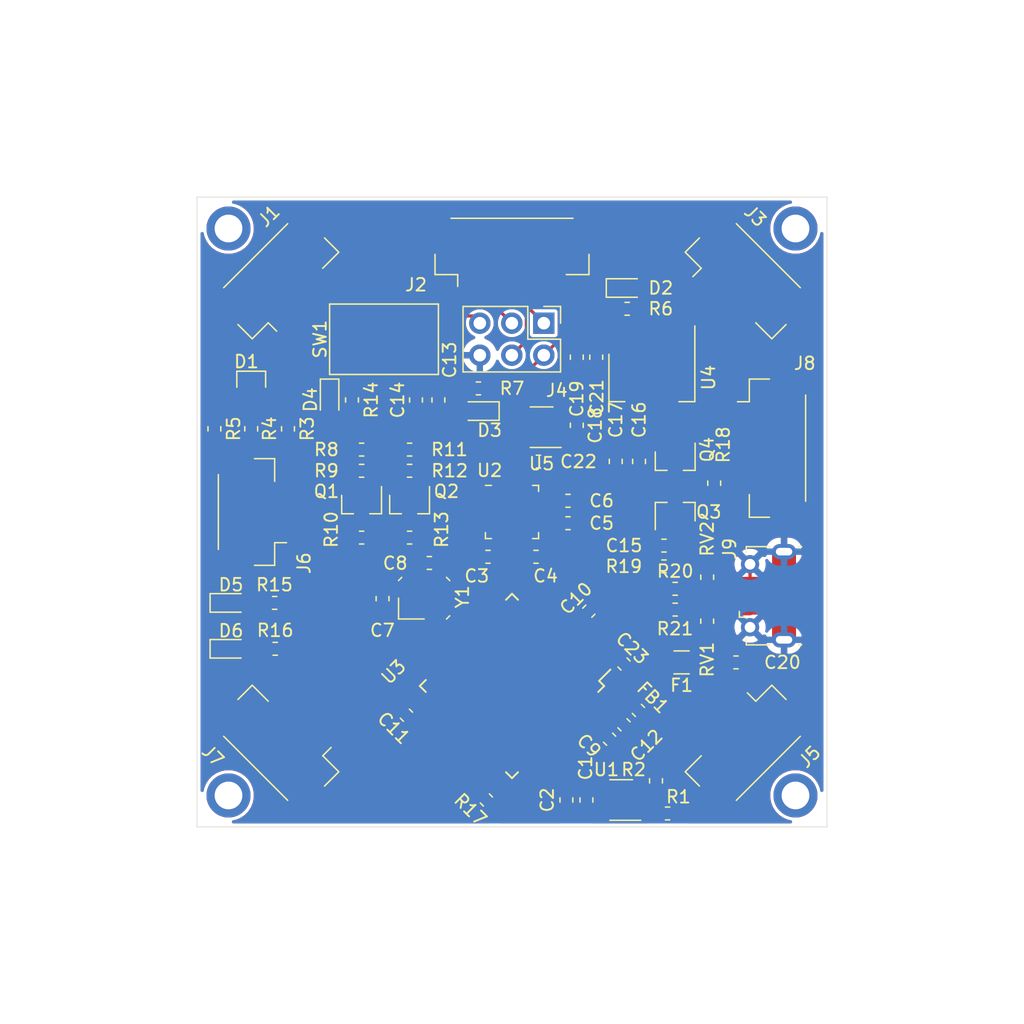
<source format=kicad_pcb>
(kicad_pcb (version 20171130) (host pcbnew "(5.1.4-0-10_14)")
  (layers (0 F.Cu signal) (31 B.Cu signal) (34 B.Paste user) (35 F.Paste user) (36 B.SilkS user) (37 F.SilkS user) (38 B.Mask user) (39 F.Mask user) (44 Edge.Cuts user))
  (net 0 "")
  (net 1 GND)
  (net 2 +5V)
  (net 3 +3V3)
  (net 4 VBUS)
  (net 5 VDD)
  (net 6 D4)
  (net 7 A1)
  (net 8 A2)
  (net 9 D5)
  (net 10 D6)
  (net 11 A3)
  (net 12 D7)
  (net 13 IMU_SCL_LL)
  (net 14 IMU_SDA_LL)
  (net 15 A0)
  (net 16 D8)
  (net 17 B_RGB_LED)
  (net 18 Aux_Digital)
  (net 19 "Net-(C4-Pad1)")
  (net 20 "Net-(C7-Pad1)")
  (net 21 "Net-(C8-Pad2)")
  (net 22 "Net-(C9-Pad1)")
  (net 23 "Net-(C10-Pad1)")
  (net 24 "Net-(C16-Pad1)")
  (net 25 "Net-(C20-Pad1)")
  (net 26 /R_RGB)
  (net 27 /G_RGB)
  (net 28 /B_RGB)
  (net 29 "Net-(D2-Pad2)")
  (net 30 "Net-(D3-Pad2)")
  (net 31 RESET)
  (net 32 "Net-(D5-Pad2)")
  (net 33 "Net-(D6-Pad2)")
  (net 34 D15-SCK)
  (net 35 D16-MOSI)
  (net 36 D14-MISO)
  (net 37 A5)
  (net 38 A4)
  (net 39 D-)
  (net 40 "Net-(J9-Pad4)")
  (net 41 D+)
  (net 42 IMU_SCL_LH)
  (net 43 IMU_SDA_LH)
  (net 44 "Net-(R1-Pad1)")
  (net 45 D11)
  (net 46 D12)
  (net 47 "Net-(R15-Pad1)")
  (net 48 "Net-(R16-Pad1)")
  (net 49 "Net-(R17-Pad1)")
  (net 50 "Net-(U2-Pad12)")
  (net 51 "Net-(U2-Pad22)")
  (net 52 RX)
  (net 53 TX)
  (net 54 "Net-(U5-Pad4)")
  (net 55 D9)
  (net 56 "Net-(J9-Pad2)")
  (net 57 "Net-(J9-Pad3)")
  (module MountingHole:MountingHole_2.2mm_M2_ISO7380_Pad (layer F.Cu) (at 66.398 91.798)
    (fp_text reference H1)
    (fp_text value M2)
    (pad 1 thru_hole circle (at 0 0) (size 3.5 3.5) (drill 2.2) (layers *.Cu *.Mask))
  )
  (module MountingHole:MountingHole_2.2mm_M2_ISO7380_Pad (layer F.Cu) (at 66.398 136.8)
    (fp_text reference H2)
    (fp_text value M2)
    (pad 1 thru_hole circle (at 0 0) (size 3.5 3.5) (drill 2.2) (layers *.Cu *.Mask))
  )
  (module MountingHole:MountingHole_2.2mm_M2_ISO7380_Pad (layer F.Cu) (at 111.402 91.798)
    (fp_text reference H3)
    (fp_text value M2)
    (pad 1 thru_hole circle (at 0 0) (size 3.5 3.5) (drill 2.2) (layers *.Cu *.Mask))
  )
  (module MountingHole:MountingHole_2.2mm_M2_ISO7380_Pad (layer F.Cu) (at 111.402 136.8)
    (fp_text reference H4)
    (fp_text value M2)
    (pad 1 thru_hole circle (at 0 0) (size 3.5 3.5) (drill 2.2) (layers *.Cu *.Mask))
  )
  (module Capacitor_SMD:C_0603_1608Metric_Pad1.05x0.95mm_HandSolder (layer F.Cu) (at 94.808666 137.16 270)
    (fp_text reference C1 (at -2.54 0.066666 270) (layer F.SilkS))
    (fp_text value "1uF 16V X7R 10%")
    (pad 2 smd roundrect (at 0.875 0 270) (size 1.05 0.95) (layers F.Cu F.Paste F.Mask) (net 2 +5V))
    (pad 1 smd roundrect (at -0.875 0 270) (size 1.05 0.95) (layers F.Cu F.Paste F.Mask) (net 1 GND))
  )
  (module Capacitor_SMD:C_0603_1608Metric_Pad1.05x0.95mm_HandSolder (layer F.Cu) (at 93.218 137.16 270)
    (fp_text reference C2 (at 0 1.524 270) (layer F.SilkS))
    (fp_text value "0.1uF 16V X7R 10%")
    (pad 1 smd roundrect (at -0.875 0 270) (size 1.05 0.95) (layers F.Cu F.Paste F.Mask) (net 1 GND))
    (pad 2 smd roundrect (at 0.875 0 270) (size 1.05 0.95) (layers F.Cu F.Paste F.Mask) (net 2 +5V))
  )
  (module Capacitor_SMD:C_0603_1608Metric_Pad1.05x0.95mm_HandSolder (layer F.Cu) (at 86.995 117.856 180)
    (fp_text reference C3 (at 0.889 -1.524) (layer F.SilkS))
    (fp_text value "10nF 16V X7R 10%")
    (pad 1 smd roundrect (at -0.875 0 180) (size 1.05 0.95) (layers F.Cu F.Paste F.Mask) (net 3 +3V3))
    (pad 2 smd roundrect (at 0.875 0 180) (size 1.05 0.95) (layers F.Cu F.Paste F.Mask) (net 1 GND))
  )
  (module Capacitor_SMD:C_0603_1608Metric_Pad1.05x0.95mm_HandSolder (layer F.Cu) (at 90.805 117.856)
    (fp_text reference C4 (at 0.762 1.524) (layer F.SilkS))
    (fp_text value "0.47uF 16V X7R 10%")
    (pad 2 smd roundrect (at 0.875 0) (size 1.05 0.95) (layers F.Cu F.Paste F.Mask) (net 1 GND))
    (pad 1 smd roundrect (at -0.875 0) (size 1.05 0.95) (layers F.Cu F.Paste F.Mask) (net 19 "Net-(C4-Pad1)"))
  )
  (module Capacitor_SMD:C_0603_1608Metric_Pad1.05x0.95mm_HandSolder (layer F.Cu) (at 93.345 115.189)
    (fp_text reference C5 (at 2.667 0) (layer F.SilkS))
    (fp_text value "2.2uF 16V X7R 10%")
    (pad 1 smd roundrect (at -0.875 0) (size 1.05 0.95) (layers F.Cu F.Paste F.Mask) (net 3 +3V3))
    (pad 2 smd roundrect (at 0.875 0) (size 1.05 0.95) (layers F.Cu F.Paste F.Mask) (net 1 GND))
  )
  (module Capacitor_SMD:C_0603_1608Metric_Pad1.05x0.95mm_HandSolder (layer F.Cu) (at 93.345 113.411 180)
    (fp_text reference C6 (at -2.667 0) (layer F.SilkS))
    (fp_text value "0.1uF 16V X7R 10%")
    (pad 2 smd roundrect (at 0.875 0 180) (size 1.05 0.95) (layers F.Cu F.Paste F.Mask) (net 3 +3V3))
    (pad 1 smd roundrect (at -0.875 0 180) (size 1.05 0.95) (layers F.Cu F.Paste F.Mask) (net 1 GND))
  )
  (module Capacitor_SMD:C_0603_1608Metric_Pad1.05x0.95mm_HandSolder (layer F.Cu) (at 78.624216 121.175949 90)
    (fp_text reference C7 (at -2.522051 -0.011216 180) (layer F.SilkS))
    (fp_text value "22pF 12V X7R 2%")
    (pad 1 smd roundrect (at -0.875 0 90) (size 1.05 0.95) (layers F.Cu F.Paste F.Mask) (net 20 "Net-(C7-Pad1)"))
    (pad 2 smd roundrect (at 0.875 0 90) (size 1.05 0.95) (layers F.Cu F.Paste F.Mask) (net 1 GND))
  )
  (module Capacitor_SMD:C_0603_1608Metric_Pad1.05x0.95mm_HandSolder (layer F.Cu) (at 82.343214 118.345949)
    (fp_text reference C8 (at -2.714214 0.018051) (layer F.SilkS))
    (fp_text value "22pF 12V X7R 2%")
    (pad 2 smd roundrect (at 0.875 0) (size 1.05 0.95) (layers F.Cu F.Paste F.Mask) (net 21 "Net-(C8-Pad2)"))
    (pad 1 smd roundrect (at -0.875 0) (size 1.05 0.95) (layers F.Cu F.Paste F.Mask) (net 1 GND))
  )
  (module Capacitor_SMD:C_0603_1608Metric_Pad1.05x0.95mm_HandSolder (layer F.Cu) (at 96.647 132.334 315)
    (fp_text reference C9 (at -0.808223 1.526644 315) (layer F.SilkS))
    (fp_text value "0.1uF 16V X7R 10%")
    (pad 2 smd roundrect (at 0.875 0 315) (size 1.05 0.95) (layers F.Cu F.Paste F.Mask) (net 1 GND))
    (pad 1 smd roundrect (at -0.875 0 315) (size 1.05 0.95) (layers F.Cu F.Paste F.Mask) (net 22 "Net-(C9-Pad1)"))
  )
  (module Capacitor_SMD:C_0603_1608Metric_Pad1.05x0.95mm_HandSolder (layer F.Cu) (at 94.996 122.174 45)
    (fp_text reference C10 (at 0 -1.43 45) (layer F.SilkS))
    (fp_text value "1uF 16V X7R 10%")
    (pad 1 smd roundrect (at -0.875 0 45) (size 1.05 0.95) (layers F.Cu F.Paste F.Mask) (net 23 "Net-(C10-Pad1)"))
    (pad 2 smd roundrect (at 0.875 0 45) (size 1.05 0.95) (layers F.Cu F.Paste F.Mask) (net 1 GND))
  )
  (module Capacitor_SMD:C_0603_1608Metric_Pad1.05x0.95mm_HandSolder (layer F.Cu) (at 80.518 130.429 135)
    (fp_text reference C11 (at 0 -1.43 135) (layer F.SilkS))
    (fp_text value "1uF 16V X7R 10%")
    (pad 1 smd roundrect (at -0.875 0 135) (size 1.05 0.95) (layers F.Cu F.Paste F.Mask) (net 2 +5V))
    (pad 2 smd roundrect (at 0.875 0 135) (size 1.05 0.95) (layers F.Cu F.Paste F.Mask) (net 1 GND))
  )
  (module Capacitor_SMD:C_0603_1608Metric_Pad1.05x0.95mm_HandSolder (layer F.Cu) (at 97.79 131.191 315)
    (fp_text reference C12 (at 2.424669 -0.089803 45) (layer F.SilkS))
    (fp_text value "1uF 16V X7R 10%")
    (pad 2 smd roundrect (at 0.875 0 315) (size 1.05 0.95) (layers F.Cu F.Paste F.Mask) (net 1 GND))
    (pad 1 smd roundrect (at -0.875 0 315) (size 1.05 0.95) (layers F.Cu F.Paste F.Mask) (net 2 +5V))
  )
  (module Capacitor_SMD:C_0603_1608Metric_Pad1.05x0.95mm_HandSolder (layer F.Cu) (at 83.058 105.41 270)
    (fp_text reference C13 (at -3.175 -0.889 270) (layer F.SilkS))
    (fp_text value "0.1uF 16V X7R 10%")
    (pad 1 smd roundrect (at -0.875 0 270) (size 1.05 0.95) (layers F.Cu F.Paste F.Mask) (net 2 +5V))
    (pad 2 smd roundrect (at 0.875 0 270) (size 1.05 0.95) (layers F.Cu F.Paste F.Mask) (net 1 GND))
  )
  (module Capacitor_SMD:C_0603_1608Metric_Pad1.05x0.95mm_HandSolder (layer F.Cu) (at 81.28 105.41 270)
    (fp_text reference C14 (at 0 1.457 90) (layer F.SilkS))
    (fp_text value "0.1uF 16V X7R 10%")
    (pad 2 smd roundrect (at 0.875 0 270) (size 1.05 0.95) (layers F.Cu F.Paste F.Mask) (net 1 GND))
    (pad 1 smd roundrect (at -0.875 0 270) (size 1.05 0.95) (layers F.Cu F.Paste F.Mask) (net 2 +5V))
  )
  (module Capacitor_SMD:C_0603_1608Metric_Pad1.05x0.95mm_HandSolder (layer F.Cu) (at 100.965 116.967 180)
    (fp_text reference C15 (at 3.175 0) (layer F.SilkS))
    (fp_text value "0.1uF 16V X7R 10%")
    (pad 2 smd roundrect (at 0.875 0 180) (size 1.05 0.95) (layers F.Cu F.Paste F.Mask) (net 1 GND))
    (pad 1 smd roundrect (at -0.875 0 180) (size 1.05 0.95) (layers F.Cu F.Paste F.Mask) (net 4 VBUS))
  )
  (module Capacitor_SMD:C_0603_1608Metric_Pad1.05x0.95mm_HandSolder (layer F.Cu) (at 98.984 110.286 90)
    (fp_text reference C16 (at 3.302 0 -90) (layer F.SilkS))
    (fp_text value "0.1uF 20V X7R 10%")
    (pad 2 smd roundrect (at 0.875 0 90) (size 1.05 0.95) (layers F.Cu F.Paste F.Mask) (net 1 GND))
    (pad 1 smd roundrect (at -0.875 0 90) (size 1.05 0.95) (layers F.Cu F.Paste F.Mask) (net 24 "Net-(C16-Pad1)"))
  )
  (module Capacitor_SMD:C_0603_1608Metric_Pad1.05x0.95mm_HandSolder (layer F.Cu) (at 97.134 110.286 90)
    (fp_text reference C17 (at 3.302 0 -90) (layer F.SilkS))
    (fp_text value "10uF 20V 20%")
    (pad 2 smd roundrect (at 0.875 0 90) (size 1.05 0.95) (layers F.Cu F.Paste F.Mask) (net 1 GND))
    (pad 1 smd roundrect (at -0.875 0 90) (size 1.05 0.95) (layers F.Cu F.Paste F.Mask) (net 24 "Net-(C16-Pad1)"))
  )
  (module Capacitor_SMD:C_0603_1608Metric_Pad1.05x0.95mm_HandSolder (layer F.Cu) (at 94.0435 107.419 90)
    (fp_text reference C18 (at 0 1.4605 -90) (layer F.SilkS))
    (fp_text value "1uF 16V X7R 10%")
    (pad 1 smd roundrect (at -0.875 0 90) (size 1.05 0.95) (layers F.Cu F.Paste F.Mask) (net 2 +5V))
    (pad 2 smd roundrect (at 0.875 0 90) (size 1.05 0.95) (layers F.Cu F.Paste F.Mask) (net 1 GND))
  )
  (module Capacitor_SMD:C_0603_1608Metric_Pad1.05x0.95mm_HandSolder (layer F.Cu) (at 94.041333 102.014 270)
    (fp_text reference C19 (at 3.302 0 270) (layer F.SilkS))
    (fp_text value "22uF 16V 20%")
    (pad 1 smd roundrect (at -0.875 0 270) (size 1.05 0.95) (layers F.Cu F.Paste F.Mask) (net 2 +5V))
    (pad 2 smd roundrect (at 0.875 0 270) (size 1.05 0.95) (layers F.Cu F.Paste F.Mask) (net 1 GND))
  )
  (module Capacitor_SMD:C_0603_1608Metric_Pad1.05x0.95mm_HandSolder (layer F.Cu) (at 106.68 126.238)
    (fp_text reference C20 (at 3.683 0) (layer F.SilkS))
    (fp_text value "22uF 16V 20%")
    (pad 2 smd roundrect (at 0.875 0) (size 1.05 0.95) (layers F.Cu F.Paste F.Mask) (net 1 GND))
    (pad 1 smd roundrect (at -0.875 0) (size 1.05 0.95) (layers F.Cu F.Paste F.Mask) (net 25 "Net-(C20-Pad1)"))
  )
  (module Capacitor_SMD:C_0603_1608Metric_Pad1.05x0.95mm_HandSolder (layer F.Cu) (at 95.587666 102.014 270)
    (fp_text reference C21 (at 3.202 -0.047 270) (layer F.SilkS))
    (fp_text value "0.1uF 16V X7R 10%")
    (pad 1 smd roundrect (at -0.875 0 270) (size 1.05 0.95) (layers F.Cu F.Paste F.Mask) (net 2 +5V))
    (pad 2 smd roundrect (at 0.875 0 270) (size 1.05 0.95) (layers F.Cu F.Paste F.Mask) (net 1 GND))
  )
  (module Capacitor_SMD:C_0603_1608Metric_Pad1.05x0.95mm_HandSolder (layer F.Cu) (at 90.9995 110.2995)
    (fp_text reference C22 (at 3.175 0 -180) (layer F.SilkS))
    (fp_text value "1uF 16V X7R 10%")
    (pad 1 smd roundrect (at -0.875 0) (size 1.05 0.95) (layers F.Cu F.Paste F.Mask) (net 3 +3V3))
    (pad 2 smd roundrect (at 0.875 0) (size 1.05 0.95) (layers F.Cu F.Paste F.Mask) (net 1 GND))
  )
  (module Custom:RGB_LED (layer F.Cu) (at 68.201 104.394 270)
    (fp_text reference D1 (at -2.032 0.383 180) (layer F.SilkS))
    (fp_text value LED_RGB)
    (pad 3 smd rect (at 0.75 0 270) (size 0.7 0.5) (layers F.Cu F.Paste F.Mask) (net 26 /R_RGB))
    (pad 5 smd rect (at 0.675 0.725 270) (size 0.55 0.4) (layers F.Cu F.Paste F.Mask) (net 27 /G_RGB))
    (pad 4 smd rect (at -0.75 0 270) (size 0.7 0.5) (layers F.Cu F.Paste F.Mask) (net 1 GND))
    (pad 6 smd rect (at -0.675 0.725 270) (size 0.55 0.4) (layers F.Cu F.Paste F.Mask) (net 1 GND))
    (pad 1 smd rect (at 0.675 -0.725 270) (size 0.55 0.4) (layers F.Cu F.Paste F.Mask) (net 28 /B_RGB))
    (pad 2 smd rect (at -0.675 -0.725 270) (size 0.55 0.4) (layers F.Cu F.Paste F.Mask) (net 1 GND))
  )
  (module LED_SMD:LED_0603_1608Metric_Pad1.05x0.95mm_HandSolder (layer F.Cu) (at 98.044 96.52)
    (fp_text reference D2 (at 2.667 0) (layer F.SilkS))
    (fp_text value "Green 2.2V 20mA")
    (pad 2 smd roundrect (at 0.875 0) (size 1.05 0.95) (layers F.Cu F.Paste F.Mask) (net 29 "Net-(D2-Pad2)"))
    (pad 1 smd roundrect (at -0.875 0) (size 1.05 0.95) (layers F.Cu F.Paste F.Mask) (net 1 GND))
  )
  (module LED_SMD:LED_0603_1608Metric_Pad1.05x0.95mm_HandSolder (layer F.Cu) (at 86.219 106.29 180)
    (fp_text reference D3 (at -0.903 -1.524) (layer F.SilkS))
    (fp_text value "Green 2.2V 20mA")
    (pad 1 smd roundrect (at -0.875 0 180) (size 1.05 0.95) (layers F.Cu F.Paste F.Mask) (net 1 GND))
    (pad 2 smd roundrect (at 0.875 0 180) (size 1.05 0.95) (layers F.Cu F.Paste F.Mask) (net 30 "Net-(D3-Pad2)"))
  )
  (module Diode_SMD:D_0603_1608Metric_Pad1.05x0.95mm_HandSolder (layer F.Cu) (at 74.422 105.41 270)
    (fp_text reference D4 (at -0.0225 1.524 270) (layer F.SilkS))
    (fp_text value "75V 150mA")
    (pad 2 smd roundrect (at 0.875 0 270) (size 1.05 0.95) (layers F.Cu F.Paste F.Mask) (net 31 RESET))
    (pad 1 smd roundrect (at -0.875 0 270) (size 1.05 0.95) (layers F.Cu F.Paste F.Mask) (net 2 +5V))
  )
  (module LED_SMD:LED_0603_1608Metric_Pad1.05x0.95mm_HandSolder (layer F.Cu) (at 66.596 121.515341)
    (fp_text reference D5 (at 0 -1.436841) (layer F.SilkS))
    (fp_text value "Orange 2V 20mA")
    (pad 1 smd roundrect (at -0.875 0) (size 1.05 0.95) (layers F.Cu F.Paste F.Mask) (net 1 GND))
    (pad 2 smd roundrect (at 0.875 0) (size 1.05 0.95) (layers F.Cu F.Paste F.Mask) (net 32 "Net-(D5-Pad2)"))
  )
  (module LED_SMD:LED_0603_1608Metric_Pad1.05x0.95mm_HandSolder (layer F.Cu) (at 66.596 125.1585)
    (fp_text reference D6 (at 0 -1.43) (layer F.SilkS))
    (fp_text value "Orange 2V 20mA")
    (pad 2 smd roundrect (at 0.875 0) (size 1.05 0.95) (layers F.Cu F.Paste F.Mask) (net 33 "Net-(D6-Pad2)"))
    (pad 1 smd roundrect (at -0.875 0) (size 1.05 0.95) (layers F.Cu F.Paste F.Mask) (net 1 GND))
  )
  (module Fuse:Fuse_1206_3216Metric_Pad1.42x1.75mm_HandSolder (layer F.Cu) (at 102.362 126.238 180)
    (fp_text reference F1 (at 0 -1.82) (layer F.SilkS))
    (fp_text value "PTC 15V 500mA")
    (pad 1 smd roundrect (at -1.4875 0 180) (size 1.425 1.75) (layers F.Cu F.Paste F.Mask) (roundrect_rratio 0.175439) (net 25 "Net-(C20-Pad1)"))
    (pad 2 smd roundrect (at 1.4875 0 180) (size 1.425 1.75) (layers F.Cu F.Paste F.Mask) (roundrect_rratio 0.175439) (net 4 VBUS))
  )
  (module Connector_JST:JST_GH_BM05B-GHS-TBT_1x05-1MP_P1.25mm_Vertical (layer F.Cu) (at 70.4 95.8 45)
    (fp_text reference J1 (at 2.963485 -4.100512 45) (layer F.SilkS))
    (fp_text value ESC_1)
    (pad MP smd roundrect (at 4.35 -1.4 45) (size 1 2.8) (layers F.Cu F.Paste F.Mask))
    (pad MP smd roundrect (at -4.35 -1.4 45) (size 1 2.8) (layers F.Cu F.Paste F.Mask))
    (pad 5 smd roundrect (at 2.5 1.95 45) (size 0.6 1.7) (layers F.Cu F.Paste F.Mask) (net 2 +5V))
    (pad 4 smd roundrect (at 1.25 1.95 45) (size 0.6 1.7) (layers F.Cu F.Paste F.Mask) (net 6 D4))
    (pad 3 smd roundrect (at 0 1.95 45) (size 0.6 1.7) (layers F.Cu F.Paste F.Mask) (net 1 GND))
    (pad 2 smd roundrect (at -1.25 1.95 45) (size 0.6 1.7) (layers F.Cu F.Paste F.Mask) (net 7 A1))
    (pad 1 smd roundrect (at -2.5 1.95 45) (size 0.6 1.7) (layers F.Cu F.Paste F.Mask) (net 1 GND))
  )
  (module Connector_JST:JST_GH_BM07B-GHS-TBT_1x07-1MP_P1.25mm_Vertical (layer F.Cu) (at 88.9 93.596)
    (fp_text reference J2 (at -7.62 2.67) (layer F.SilkS))
    (fp_text value Receiver)
    (pad 1 smd roundrect (at -3.75 1.95) (size 0.6 1.7) (layers F.Cu F.Paste F.Mask) (net 1 GND))
    (pad 2 smd roundrect (at -2.5 1.95) (size 0.6 1.7) (layers F.Cu F.Paste F.Mask) (net 34 D15-SCK))
    (pad 3 smd roundrect (at -1.25 1.95) (size 0.6 1.7) (layers F.Cu F.Paste F.Mask) (net 35 D16-MOSI))
    (pad 4 smd roundrect (at 0 1.95) (size 0.6 1.7) (layers F.Cu F.Paste F.Mask) (net 36 D14-MISO))
    (pad 5 smd roundrect (at 1.25 1.95) (size 0.6 1.7) (layers F.Cu F.Paste F.Mask) (net 16 D8))
    (pad 6 smd roundrect (at 2.5 1.95) (size 0.6 1.7) (layers F.Cu F.Paste F.Mask) (net 55 D9))
    (pad 7 smd roundrect (at 3.75 1.95) (size 0.6 1.7) (layers F.Cu F.Paste F.Mask) (net 2 +5V))
    (pad MP smd roundrect (at -5.6 -1.4) (size 1 2.8) (layers F.Cu F.Paste F.Mask))
    (pad MP smd roundrect (at 5.6 -1.4) (size 1 2.8) (layers F.Cu F.Paste F.Mask))
  )
  (module Connector_JST:JST_GH_BM05B-GHS-TBT_1x05-1MP_P1.25mm_Vertical (layer F.Cu) (at 107.4 95.8 315)
    (fp_text reference J3 (at -2.963485 -4.100512 135) (layer F.SilkS))
    (fp_text value ESC_2)
    (pad 1 smd roundrect (at -2.5 1.95 315) (size 0.6 1.7) (layers F.Cu F.Paste F.Mask) (net 1 GND))
    (pad 2 smd roundrect (at -1.25 1.95 315) (size 0.6 1.7) (layers F.Cu F.Paste F.Mask) (net 8 A2))
    (pad 3 smd roundrect (at 0 1.95 315) (size 0.6 1.7) (layers F.Cu F.Paste F.Mask) (net 1 GND))
    (pad 4 smd roundrect (at 1.25 1.95 315) (size 0.6 1.7) (layers F.Cu F.Paste F.Mask) (net 9 D5))
    (pad 5 smd roundrect (at 2.5 1.95 315) (size 0.6 1.7) (layers F.Cu F.Paste F.Mask) (net 2 +5V))
    (pad MP smd roundrect (at -4.35 -1.4 315) (size 1 2.8) (layers F.Cu F.Paste F.Mask))
    (pad MP smd roundrect (at 4.35 -1.4 315) (size 1 2.8) (layers F.Cu F.Paste F.Mask))
  )
  (module Connector_PinHeader_2.54mm:PinHeader_2x03_P2.54mm_Vertical (layer F.Cu) (at 91.425 99.314 270)
    (fp_text reference J4 (at 5.334 -1.031 180) (layer F.SilkS))
    (fp_text value ICSP)
    (pad 1 thru_hole rect (at 0 0 270) (size 1.7 1.7) (drill 1) (layers *.Cu *.Mask) (net 36 D14-MISO))
    (pad 2 thru_hole oval (at 2.54 0 270) (size 1.7 1.7) (drill 1) (layers *.Cu *.Mask) (net 2 +5V))
    (pad 3 thru_hole oval (at 0 2.54 270) (size 1.7 1.7) (drill 1) (layers *.Cu *.Mask) (net 34 D15-SCK))
    (pad 4 thru_hole oval (at 2.54 2.54 270) (size 1.7 1.7) (drill 1) (layers *.Cu *.Mask) (net 35 D16-MOSI))
    (pad 5 thru_hole oval (at 0 5.08 270) (size 1.7 1.7) (drill 1) (layers *.Cu *.Mask) (net 31 RESET))
    (pad 6 thru_hole oval (at 2.54 5.08 270) (size 1.7 1.7) (drill 1) (layers *.Cu *.Mask) (net 1 GND))
  )
  (module Connector_JST:JST_GH_BM05B-GHS-TBT_1x05-1MP_P1.25mm_Vertical (layer F.Cu) (at 107.4 132.8 225)
    (fp_text reference J5 (at -2.963485 -4.280117 45) (layer F.SilkS))
    (fp_text value ESC_3)
    (pad MP smd roundrect (at 4.35 -1.4 225) (size 1 2.8) (layers F.Cu F.Paste F.Mask))
    (pad MP smd roundrect (at -4.35 -1.4 225) (size 1 2.8) (layers F.Cu F.Paste F.Mask))
    (pad 5 smd roundrect (at 2.5 1.95 225) (size 0.6 1.7) (layers F.Cu F.Paste F.Mask) (net 2 +5V))
    (pad 4 smd roundrect (at 1.25 1.95 225) (size 0.6 1.7) (layers F.Cu F.Paste F.Mask) (net 10 D6))
    (pad 3 smd roundrect (at 0 1.95 225) (size 0.6 1.7) (layers F.Cu F.Paste F.Mask) (net 1 GND))
    (pad 2 smd roundrect (at -1.25 1.95 225) (size 0.6 1.7) (layers F.Cu F.Paste F.Mask) (net 11 A3))
    (pad 1 smd roundrect (at -2.5 1.95 225) (size 0.6 1.7) (layers F.Cu F.Paste F.Mask) (net 1 GND))
  )
  (module Connector_JST:JST_GH_BM04B-GHS-TBT_1x04-1MP_P1.25mm_Vertical (layer F.Cu) (at 68.201 114.3 90)
    (fp_text reference J6 (at -4.064 4.189 270) (layer F.SilkS))
    (fp_text value Aux)
    (pad 1 smd roundrect (at -1.875 1.95 90) (size 0.6 1.7) (layers F.Cu F.Paste F.Mask) (net 1 GND))
    (pad 2 smd roundrect (at -0.625 1.95 90) (size 0.6 1.7) (layers F.Cu F.Paste F.Mask) (net 37 A5))
    (pad 3 smd roundrect (at 0.625 1.95 90) (size 0.6 1.7) (layers F.Cu F.Paste F.Mask) (net 18 Aux_Digital))
    (pad 4 smd roundrect (at 1.875 1.95 90) (size 0.6 1.7) (layers F.Cu F.Paste F.Mask) (net 2 +5V))
    (pad MP smd roundrect (at -3.725 -1.4 90) (size 1 2.8) (layers F.Cu F.Paste F.Mask))
    (pad MP smd roundrect (at 3.725 -1.4 90) (size 1 2.8) (layers F.Cu F.Paste F.Mask))
  )
  (module Connector_JST:JST_GH_BM05B-GHS-TBT_1x05-1MP_P1.25mm_Vertical (layer F.Cu) (at 70.4 132.8 135)
    (fp_text reference J7 (at 3.11622 -4.306987 315) (layer F.SilkS))
    (fp_text value ESC_4)
    (pad 1 smd roundrect (at -2.5 1.95 135) (size 0.6 1.7) (layers F.Cu F.Paste F.Mask) (net 1 GND))
    (pad 2 smd roundrect (at -1.25 1.95 135) (size 0.6 1.7) (layers F.Cu F.Paste F.Mask) (net 38 A4))
    (pad 3 smd roundrect (at 0 1.95 135) (size 0.6 1.7) (layers F.Cu F.Paste F.Mask) (net 1 GND))
    (pad 4 smd roundrect (at 1.25 1.95 135) (size 0.6 1.7) (layers F.Cu F.Paste F.Mask) (net 12 D7))
    (pad 5 smd roundrect (at 2.5 1.95 135) (size 0.6 1.7) (layers F.Cu F.Paste F.Mask) (net 2 +5V))
    (pad MP smd roundrect (at -4.35 -1.4 135) (size 1 2.8) (layers F.Cu F.Paste F.Mask))
    (pad MP smd roundrect (at 4.35 -1.4 135) (size 1 2.8) (layers F.Cu F.Paste F.Mask))
  )
  (module Connector_JST:JST_GH_BM06B-GHS-TBT_1x06-1MP_P1.25mm_Vertical (layer F.Cu) (at 109.597 109.232158 270)
    (fp_text reference J8 (at -6.731 -2.54 180) (layer F.SilkS))
    (fp_text value Power_In)
    (pad 1 smd roundrect (at -3.125 1.95 270) (size 0.6 1.7) (layers F.Cu F.Paste F.Mask) (net 1 GND))
    (pad 2 smd roundrect (at -1.875 1.95 270) (size 0.6 1.7) (layers F.Cu F.Paste F.Mask) (net 1 GND))
    (pad 3 smd roundrect (at -0.625 1.95 270) (size 0.6 1.7) (layers F.Cu F.Paste F.Mask) (net 1 GND))
    (pad 4 smd roundrect (at 0.625 1.95 270) (size 0.6 1.7) (layers F.Cu F.Paste F.Mask) (net 5 VDD))
    (pad 5 smd roundrect (at 1.875 1.95 270) (size 0.6 1.7) (layers F.Cu F.Paste F.Mask) (net 5 VDD))
    (pad 6 smd roundrect (at 3.125 1.95 270) (size 0.6 1.7) (layers F.Cu F.Paste F.Mask) (net 5 VDD))
    (pad MP smd roundrect (at -4.975 -1.4 270) (size 1 2.8) (layers F.Cu F.Paste F.Mask))
    (pad MP smd roundrect (at 4.975 -1.4 270) (size 1 2.8) (layers F.Cu F.Paste F.Mask))
  )
  (module Connector_USB:USB_Micro-B_Molex-105017-0001 (layer F.Cu) (at 109.257 120.947842 90)
    (fp_text reference J9 (at 3.726842 -3.085 270) (layer F.SilkS))
    (fp_text value USB_B_Micro)
    (pad 6 smd rect (at 1 1.2375 90) (size 1.5 1.9) (layers F.Cu F.Paste F.Mask) (net 1 GND))
    (pad 6 thru_hole circle (at -2.5 -1.4625 90) (size 1.45 1.45) (drill 0.85) (layers *.Cu *.Mask) (net 1 GND))
    (pad 2 smd rect (at -0.65 -1.4625 90) (size 0.4 1.35) (layers F.Cu F.Paste F.Mask) (net 56 "Net-(J9-Pad2)"))
    (pad 1 smd rect (at -1.3 -1.4625 90) (size 0.4 1.35) (layers F.Cu F.Paste F.Mask) (net 25 "Net-(C20-Pad1)"))
    (pad 5 smd rect (at 1.3 -1.4625 90) (size 0.4 1.35) (layers F.Cu F.Paste F.Mask) (net 1 GND))
    (pad 4 smd rect (at 0.65 -1.4625 90) (size 0.4 1.35) (layers F.Cu F.Paste F.Mask) (net 40 "Net-(J9-Pad4)"))
    (pad 3 smd rect (at 0 -1.4625 90) (size 0.4 1.35) (layers F.Cu F.Paste F.Mask) (net 57 "Net-(J9-Pad3)"))
    (pad 6 thru_hole circle (at 2.5 -1.4625 90) (size 1.45 1.45) (drill 0.85) (layers *.Cu *.Mask) (net 1 GND))
    (pad 6 smd rect (at -1 1.2375 90) (size 1.5 1.9) (layers F.Cu F.Paste F.Mask) (net 1 GND))
    (pad 6 thru_hole oval (at -3.5 1.2375 270) (size 1.2 1.9) (drill oval 0.6 1.3) (layers *.Cu *.Mask) (net 1 GND))
    (pad 6 thru_hole oval (at 3.5 1.2375 90) (size 1.2 1.9) (drill oval 0.6 1.3) (layers *.Cu *.Mask) (net 1 GND))
    (pad 6 smd rect (at 2.9 1.2375 90) (size 1.2 1.9) (layers F.Cu F.Mask) (net 1 GND))
    (pad 6 smd rect (at -2.9 1.2375 90) (size 1.2 1.9) (layers F.Cu F.Mask) (net 1 GND))
  )
  (module Package_TO_SOT_SMD:SOT-23 (layer F.Cu) (at 76.962 113.680332 270)
    (fp_text reference Q1 (at -1.016 2.794 180) (layer F.SilkS))
    (fp_text value BSS138)
    (pad 1 smd rect (at -1 -0.95 270) (size 0.9 0.8) (layers F.Cu F.Paste F.Mask) (net 3 +3V3))
    (pad 2 smd rect (at -1 0.95 270) (size 0.9 0.8) (layers F.Cu F.Paste F.Mask) (net 13 IMU_SCL_LL))
    (pad 3 smd rect (at 1 0 270) (size 0.9 0.8) (layers F.Cu F.Paste F.Mask) (net 42 IMU_SCL_LH))
  )
  (module Package_TO_SOT_SMD:SOT-23 (layer F.Cu) (at 80.772 113.680332 270)
    (fp_text reference Q2 (at -1.016 -2.921 180) (layer F.SilkS))
    (fp_text value BSS138)
    (pad 3 smd rect (at 1 0 270) (size 0.9 0.8) (layers F.Cu F.Paste F.Mask) (net 43 IMU_SDA_LH))
    (pad 2 smd rect (at -1 0.95 270) (size 0.9 0.8) (layers F.Cu F.Paste F.Mask) (net 14 IMU_SDA_LL))
    (pad 1 smd rect (at -1 -0.95 270) (size 0.9 0.8) (layers F.Cu F.Paste F.Mask) (net 3 +3V3))
  )
  (module Package_TO_SOT_SMD:SOT-23 (layer F.Cu) (at 101.854 114.3 90)
    (fp_text reference Q3 (at 0 2.667 180) (layer F.SilkS))
    (fp_text value PMV48XP,215)
    (pad 3 smd rect (at 1 0 90) (size 0.9 0.8) (layers F.Cu F.Paste F.Mask) (net 4 VBUS))
    (pad 2 smd rect (at -1 0.95 90) (size 0.9 0.8) (layers F.Cu F.Paste F.Mask) (net 2 +5V))
    (pad 1 smd rect (at -1 -0.95 90) (size 0.9 0.8) (layers F.Cu F.Paste F.Mask) (net 5 VDD))
  )
  (module Package_TO_SOT_SMD:SOT-23 (layer F.Cu) (at 101.854 110.236 270)
    (fp_text reference Q4 (at -0.889 -2.54 270) (layer F.SilkS))
    (fp_text value PMV48XP,215)
    (pad 1 smd rect (at -1 -0.95 270) (size 0.9 0.8) (layers F.Cu F.Paste F.Mask) (net 2 +5V))
    (pad 2 smd rect (at -1 0.95 270) (size 0.9 0.8) (layers F.Cu F.Paste F.Mask) (net 24 "Net-(C16-Pad1)"))
    (pad 3 smd rect (at 1 0 270) (size 0.9 0.8) (layers F.Cu F.Paste F.Mask) (net 5 VDD))
  )
  (module Resistor_SMD:R_0603_1608Metric_Pad1.05x0.95mm_HandSolder (layer F.Cu) (at 101.25 138.23)
    (fp_text reference R1 (at 0.858 -1.324) (layer F.SilkS))
    (fp_text value "3.2 kohm 1%")
    (pad 1 smd roundrect (at -0.875 0) (size 1.05 0.95) (layers F.Cu F.Paste F.Mask) (net 44 "Net-(R1-Pad1)"))
    (pad 2 smd roundrect (at 0.875 0) (size 1.05 0.95) (layers F.Cu F.Paste F.Mask) (net 5 VDD))
  )
  (module Resistor_SMD:R_0603_1608Metric_Pad1.05x0.95mm_HandSolder (layer F.Cu) (at 100.33 135.636 270)
    (fp_text reference R2 (at -0.889 1.778 180) (layer F.SilkS))
    (fp_text value "2 kohm 1%")
    (pad 2 smd roundrect (at 0.875 0 270) (size 1.05 0.95) (layers F.Cu F.Paste F.Mask) (net 44 "Net-(R1-Pad1)"))
    (pad 1 smd roundrect (at -0.875 0 270) (size 1.05 0.95) (layers F.Cu F.Paste F.Mask) (net 1 GND))
  )
  (module Resistor_SMD:R_0603_1608Metric_Pad1.05x0.95mm_HandSolder (layer F.Cu) (at 71.12 107.696 90)
    (fp_text reference R3 (at 0 1.524 90) (layer F.SilkS))
    (fp_text value "100 ohm 5%")
    (pad 1 smd roundrect (at -0.875 0 90) (size 1.05 0.95) (layers F.Cu F.Paste F.Mask) (net 17 B_RGB_LED))
    (pad 2 smd roundrect (at 0.875 0 90) (size 1.05 0.95) (layers F.Cu F.Paste F.Mask) (net 28 /B_RGB))
  )
  (module Resistor_SMD:R_0603_1608Metric_Pad1.05x0.95mm_HandSolder (layer F.Cu) (at 68.201 107.696 90)
    (fp_text reference R4 (at 0 1.4585 270) (layer F.SilkS))
    (fp_text value "150 ohm 5%")
    (pad 2 smd roundrect (at 0.875 0 90) (size 1.05 0.95) (layers F.Cu F.Paste F.Mask) (net 26 /R_RGB))
    (pad 1 smd roundrect (at -0.875 0 90) (size 1.05 0.95) (layers F.Cu F.Paste F.Mask) (net 45 D11))
  )
  (module Resistor_SMD:R_0603_1608Metric_Pad1.05x0.95mm_HandSolder (layer F.Cu) (at 65.278 107.696 90)
    (fp_text reference R5 (at 0 1.524 270) (layer F.SilkS))
    (fp_text value "100 ohm 5%")
    (pad 1 smd roundrect (at -0.875 0 90) (size 1.05 0.95) (layers F.Cu F.Paste F.Mask) (net 46 D12))
    (pad 2 smd roundrect (at 0.875 0 90) (size 1.05 0.95) (layers F.Cu F.Paste F.Mask) (net 27 /G_RGB))
  )
  (module Resistor_SMD:R_0603_1608Metric_Pad1.05x0.95mm_HandSolder (layer F.Cu) (at 98.044 98.171)
    (fp_text reference R6 (at 2.667 0) (layer F.SilkS))
    (fp_text value "150 ohm 5%")
    (pad 1 smd roundrect (at -0.875 0) (size 1.05 0.95) (layers F.Cu F.Paste F.Mask) (net 2 +5V))
    (pad 2 smd roundrect (at 0.875 0) (size 1.05 0.95) (layers F.Cu F.Paste F.Mask) (net 29 "Net-(D2-Pad2)"))
  )
  (module Resistor_SMD:R_0603_1608Metric_Pad1.05x0.95mm_HandSolder (layer F.Cu) (at 86.233 104.49 180)
    (fp_text reference R7 (at -2.667 0) (layer F.SilkS))
    (fp_text value "55 ohm 5%")
    (pad 2 smd roundrect (at 0.875 0 180) (size 1.05 0.95) (layers F.Cu F.Paste F.Mask) (net 30 "Net-(D3-Pad2)"))
    (pad 1 smd roundrect (at -0.875 0 180) (size 1.05 0.95) (layers F.Cu F.Paste F.Mask) (net 3 +3V3))
  )
  (module Resistor_SMD:R_0603_1608Metric_Pad1.05x0.95mm_HandSolder (layer F.Cu) (at 76.962 109.347)
    (fp_text reference R8 (at -2.794 0) (layer F.SilkS))
    (fp_text value "10 kohm 5%")
    (pad 1 smd roundrect (at -0.875 0) (size 1.05 0.95) (layers F.Cu F.Paste F.Mask) (net 13 IMU_SCL_LL))
    (pad 2 smd roundrect (at 0.875 0) (size 1.05 0.95) (layers F.Cu F.Paste F.Mask) (net 3 +3V3))
  )
  (module Resistor_SMD:R_0603_1608Metric_Pad1.05x0.95mm_HandSolder (layer F.Cu) (at 76.962 111.028666)
    (fp_text reference R9 (at -2.794 0) (layer F.SilkS))
    (fp_text value "10 kohm 5%")
    (pad 2 smd roundrect (at 0.875 0) (size 1.05 0.95) (layers F.Cu F.Paste F.Mask) (net 3 +3V3))
    (pad 1 smd roundrect (at -0.875 0) (size 1.05 0.95) (layers F.Cu F.Paste F.Mask) (net 13 IMU_SCL_LL))
  )
  (module Resistor_SMD:R_0603_1608Metric_Pad1.05x0.95mm_HandSolder (layer F.Cu) (at 76.962 116.332 180)
    (fp_text reference R10 (at 2.413 0.635 270) (layer F.SilkS))
    (fp_text value "10 kohm 5%")
    (pad 1 smd roundrect (at -0.875 0 180) (size 1.05 0.95) (layers F.Cu F.Paste F.Mask) (net 42 IMU_SCL_LH))
    (pad 2 smd roundrect (at 0.875 0 180) (size 1.05 0.95) (layers F.Cu F.Paste F.Mask) (net 2 +5V))
  )
  (module Resistor_SMD:R_0603_1608Metric_Pad1.05x0.95mm_HandSolder (layer F.Cu) (at 80.772 109.347)
    (fp_text reference R11 (at 3.161 0) (layer F.SilkS))
    (fp_text value "10 kohm 5%")
    (pad 2 smd roundrect (at 0.875 0) (size 1.05 0.95) (layers F.Cu F.Paste F.Mask) (net 3 +3V3))
    (pad 1 smd roundrect (at -0.875 0) (size 1.05 0.95) (layers F.Cu F.Paste F.Mask) (net 14 IMU_SDA_LL))
  )
  (module Resistor_SMD:R_0603_1608Metric_Pad1.05x0.95mm_HandSolder (layer F.Cu) (at 80.772 111.028666)
    (fp_text reference R12 (at 3.175 0) (layer F.SilkS))
    (fp_text value "10 kohm 5%")
    (pad 1 smd roundrect (at -0.875 0) (size 1.05 0.95) (layers F.Cu F.Paste F.Mask) (net 14 IMU_SDA_LL))
    (pad 2 smd roundrect (at 0.875 0) (size 1.05 0.95) (layers F.Cu F.Paste F.Mask) (net 3 +3V3))
  )
  (module Resistor_SMD:R_0603_1608Metric_Pad1.05x0.95mm_HandSolder (layer F.Cu) (at 80.772 116.332)
    (fp_text reference R13 (at 2.54 -0.635 90) (layer F.SilkS))
    (fp_text value "10 kohm 5%")
    (pad 2 smd roundrect (at 0.875 0) (size 1.05 0.95) (layers F.Cu F.Paste F.Mask) (net 2 +5V))
    (pad 1 smd roundrect (at -0.875 0) (size 1.05 0.95) (layers F.Cu F.Paste F.Mask) (net 43 IMU_SDA_LH))
  )
  (module Resistor_SMD:R_0603_1608Metric_Pad1.05x0.95mm_HandSolder (layer F.Cu) (at 76.2 105.41 90)
    (fp_text reference R14 (at 0 1.524 90) (layer F.SilkS))
    (fp_text value "10 kohm 5%")
    (pad 2 smd roundrect (at 0.875 0 90) (size 1.05 0.95) (layers F.Cu F.Paste F.Mask) (net 2 +5V))
    (pad 1 smd roundrect (at -0.875 0 90) (size 1.05 0.95) (layers F.Cu F.Paste F.Mask) (net 31 RESET))
  )
  (module Resistor_SMD:R_0603_1608Metric_Pad1.05x0.95mm_HandSolder (layer F.Cu) (at 70.06042 121.515341 180)
    (fp_text reference R15 (at 0.01992 1.436841) (layer F.SilkS))
    (fp_text value "1 kohm 5%")
    (pad 1 smd roundrect (at -0.875 0 180) (size 1.05 0.95) (layers F.Cu F.Paste F.Mask) (net 47 "Net-(R15-Pad1)"))
    (pad 2 smd roundrect (at 0.875 0 180) (size 1.05 0.95) (layers F.Cu F.Paste F.Mask) (net 32 "Net-(D5-Pad2)"))
  )
  (module Resistor_SMD:R_0603_1608Metric_Pad1.05x0.95mm_HandSolder (layer F.Cu) (at 70.104 125.1585 180)
    (fp_text reference R16 (at 0 1.4605) (layer F.SilkS))
    (fp_text value "1 kohm 5%")
    (pad 2 smd roundrect (at 0.875 0 180) (size 1.05 0.95) (layers F.Cu F.Paste F.Mask) (net 33 "Net-(D6-Pad2)"))
    (pad 1 smd roundrect (at -0.875 0 180) (size 1.05 0.95) (layers F.Cu F.Paste F.Mask) (net 48 "Net-(R16-Pad1)"))
  )
  (module Resistor_SMD:R_0603_1608Metric_Pad1.05x0.95mm_HandSolder (layer F.Cu) (at 86.868 137.16 315)
    (fp_text reference R17 (at -0.35921 1.436841 135) (layer F.SilkS))
    (fp_text value "10 kohm 5%")
    (pad 1 smd roundrect (at -0.875 0 315) (size 1.05 0.95) (layers F.Cu F.Paste F.Mask) (net 49 "Net-(R17-Pad1)"))
    (pad 2 smd roundrect (at 0.875 0 315) (size 1.05 0.95) (layers F.Cu F.Paste F.Mask) (net 1 GND))
  )
  (module Resistor_SMD:R_0603_1608Metric_Pad1.05x0.95mm_HandSolder (layer F.Cu) (at 104.9505 112.014 270)
    (fp_text reference R18 (at -3.048 -0.7135 90) (layer F.SilkS))
    (fp_text value "10 kohm 5%")
    (pad 1 smd roundrect (at -0.875 0 270) (size 1.05 0.95) (layers F.Cu F.Paste F.Mask) (net 1 GND))
    (pad 2 smd roundrect (at 0.875 0 270) (size 1.05 0.95) (layers F.Cu F.Paste F.Mask) (net 5 VDD))
  )
  (module Resistor_SMD:R_0603_1608Metric_Pad1.05x0.95mm_HandSolder (layer F.Cu) (at 100.965 118.618)
    (fp_text reference R19 (at -3.189 0) (layer F.SilkS))
    (fp_text value "10 kohm 5%")
    (pad 2 smd roundrect (at 0.875 0) (size 1.05 0.95) (layers F.Cu F.Paste F.Mask) (net 4 VBUS))
    (pad 1 smd roundrect (at -0.875 0) (size 1.05 0.95) (layers F.Cu F.Paste F.Mask) (net 1 GND))
  )
  (module Resistor_SMD:R_0603_1608Metric_Pad1.05x0.95mm_HandSolder (layer F.Cu) (at 101.854 120.396 180)
    (fp_text reference R20 (at 0 1.397) (layer F.SilkS))
    (fp_text value "22 ohm 1%")
    (pad 2 smd roundrect (at 0.875 0 180) (size 1.05 0.95) (layers F.Cu F.Paste F.Mask) (net 41 D+))
    (pad 1 smd roundrect (at -0.875 0 180) (size 1.05 0.95) (layers F.Cu F.Paste F.Mask) (net 57 "Net-(J9-Pad3)"))
  )
  (module Resistor_SMD:R_0603_1608Metric_Pad1.05x0.95mm_HandSolder (layer F.Cu) (at 101.854 122.047)
    (fp_text reference R21 (at -0.014 1.524) (layer F.SilkS))
    (fp_text value "22 ohm 1%")
    (pad 1 smd roundrect (at -0.875 0) (size 1.05 0.95) (layers F.Cu F.Paste F.Mask) (net 39 D-))
    (pad 2 smd roundrect (at 0.875 0) (size 1.05 0.95) (layers F.Cu F.Paste F.Mask) (net 56 "Net-(J9-Pad2)"))
  )
  (module Custom:Switch (layer F.Cu) (at 78.74 100.589)
    (fp_text reference SW1 (at -5.08 -0.005 90) (layer F.SilkS))
    (fp_text value Push-Switch)
    (pad 2 smd rect (at -3.1 1.85) (size 1.8 1.1) (layers F.Cu F.Paste F.Mask) (net 1 GND))
    (pad 2 smd rect (at 3.1 1.85) (size 1.8 1.1) (layers F.Cu F.Paste F.Mask) (net 1 GND))
    (pad 1 smd rect (at -3.1 -1.85) (size 1.8 1.1) (layers F.Cu F.Paste F.Mask) (net 31 RESET))
    (pad 1 smd rect (at 3.1 -1.85) (size 1.8 1.1) (layers F.Cu F.Paste F.Mask) (net 31 RESET))
  )
  (module Package_TO_SOT_SMD:SOT-23-5 (layer F.Cu) (at 97.569332 137.16 180)
    (fp_text reference U1 (at 1.176332 2.413) (layer F.SilkS))
    (fp_text value MCP6001U)
    (pad 5 smd rect (at 1.1 -0.95 180) (size 1.06 0.65) (layers F.Cu F.Paste F.Mask) (net 2 +5V))
    (pad 4 smd rect (at 1.1 0.95 180) (size 1.06 0.65) (layers F.Cu F.Paste F.Mask) (net 15 A0))
    (pad 3 smd rect (at -1.1 0.95 180) (size 1.06 0.65) (layers F.Cu F.Paste F.Mask) (net 15 A0))
    (pad 2 smd rect (at -1.1 0 180) (size 1.06 0.65) (layers F.Cu F.Paste F.Mask) (net 1 GND))
    (pad 1 smd rect (at -1.1 -0.95 180) (size 1.06 0.65) (layers F.Cu F.Paste F.Mask) (net 44 "Net-(R1-Pad1)"))
  )
  (module Package_DFN_QFN:QFN-24-1EP_4x4mm_P0.5mm_EP2.8x2.8mm (layer F.Cu) (at 88.9 114.3)
    (fp_text reference U2 (at -1.778 -3.302) (layer F.SilkS))
    (fp_text value ICM-20689)
    (pad 25 smd roundrect (at 0 0) (size 2.8 2.8) (layers F.Cu F.Mask) (roundrect_rratio 0.089286))
    (pad 1 smd roundrect (at -1.9875 -1.25) (size 0.775 0.25) (layers F.Cu F.Paste F.Mask))
    (pad 2 smd roundrect (at -1.9875 -0.75) (size 0.775 0.25) (layers F.Cu F.Paste F.Mask))
    (pad 3 smd roundrect (at -1.9875 -0.25) (size 0.775 0.25) (layers F.Cu F.Paste F.Mask))
    (pad 4 smd roundrect (at -1.9875 0.25) (size 0.775 0.25) (layers F.Cu F.Paste F.Mask))
    (pad 5 smd roundrect (at -1.9875 0.75) (size 0.775 0.25) (layers F.Cu F.Paste F.Mask))
    (pad 6 smd roundrect (at -1.9875 1.25) (size 0.775 0.25) (layers F.Cu F.Paste F.Mask))
    (pad 7 smd roundrect (at -1.25 1.9875) (size 0.25 0.775) (layers F.Cu F.Paste F.Mask))
    (pad 8 smd roundrect (at -0.75 1.9875) (size 0.25 0.775) (layers F.Cu F.Paste F.Mask) (net 3 +3V3))
    (pad 9 smd roundrect (at -0.25 1.9875) (size 0.25 0.775) (layers F.Cu F.Paste F.Mask) (net 1 GND))
    (pad 10 smd roundrect (at 0.25 1.9875) (size 0.25 0.775) (layers F.Cu F.Paste F.Mask) (net 19 "Net-(C4-Pad1)"))
    (pad 11 smd roundrect (at 0.75 1.9875) (size 0.25 0.775) (layers F.Cu F.Paste F.Mask) (net 1 GND))
    (pad 12 smd roundrect (at 1.25 1.9875) (size 0.25 0.775) (layers F.Cu F.Paste F.Mask) (net 50 "Net-(U2-Pad12)"))
    (pad 13 smd roundrect (at 1.9875 1.25) (size 0.775 0.25) (layers F.Cu F.Paste F.Mask) (net 3 +3V3))
    (pad 14 smd roundrect (at 1.9875 0.75) (size 0.775 0.25) (layers F.Cu F.Paste F.Mask))
    (pad 15 smd roundrect (at 1.9875 0.25) (size 0.775 0.25) (layers F.Cu F.Paste F.Mask))
    (pad 16 smd roundrect (at 1.9875 -0.25) (size 0.775 0.25) (layers F.Cu F.Paste F.Mask))
    (pad 17 smd roundrect (at 1.9875 -0.75) (size 0.775 0.25) (layers F.Cu F.Paste F.Mask))
    (pad 18 smd roundrect (at 1.9875 -1.25) (size 0.775 0.25) (layers F.Cu F.Paste F.Mask) (net 1 GND))
    (pad 19 smd roundrect (at 1.25 -1.9875) (size 0.25 0.775) (layers F.Cu F.Paste F.Mask))
    (pad 20 smd roundrect (at 0.75 -1.9875) (size 0.25 0.775) (layers F.Cu F.Paste F.Mask))
    (pad 21 smd roundrect (at 0.25 -1.9875) (size 0.25 0.775) (layers F.Cu F.Paste F.Mask))
    (pad 22 smd roundrect (at -0.25 -1.9875) (size 0.25 0.775) (layers F.Cu F.Paste F.Mask) (net 51 "Net-(U2-Pad22)"))
    (pad 23 smd roundrect (at -0.75 -1.9875) (size 0.25 0.775) (layers F.Cu F.Paste F.Mask) (net 13 IMU_SCL_LL))
    (pad 24 smd roundrect (at -1.25 -1.9875) (size 0.25 0.775) (layers F.Cu F.Paste F.Mask) (net 14 IMU_SDA_LL))
  )
  (module Package_QFP:TQFP-44_10x10mm_P0.8mm (layer F.Cu) (at 88.9 128.11 225)
    (fp_text reference U3 (at 5.860501 7.430278 45) (layer F.SilkS))
    (fp_text value ATmega32U4-AU)
    (pad 1 smd rect (at -5.7 -4 225) (size 1.5 0.55) (layers F.Cu F.Paste F.Mask) (net 12 D7))
    (pad 2 smd rect (at -5.7 -3.2 225) (size 1.5 0.55) (layers F.Cu F.Paste F.Mask) (net 2 +5V))
    (pad 3 smd rect (at -5.7 -2.4 225) (size 1.5 0.55) (layers F.Cu F.Paste F.Mask) (net 39 D-))
    (pad 4 smd rect (at -5.7 -1.6 225) (size 1.5 0.55) (layers F.Cu F.Paste F.Mask) (net 41 D+))
    (pad 5 smd rect (at -5.7 -0.8 225) (size 1.5 0.55) (layers F.Cu F.Paste F.Mask) (net 1 GND))
    (pad 6 smd rect (at -5.7 0 225) (size 1.5 0.55) (layers F.Cu F.Paste F.Mask) (net 23 "Net-(C10-Pad1)"))
    (pad 7 smd rect (at -5.7 0.8 225) (size 1.5 0.55) (layers F.Cu F.Paste F.Mask) (net 4 VBUS))
    (pad 8 smd rect (at -5.7 1.6 225) (size 1.5 0.55) (layers F.Cu F.Paste F.Mask) (net 47 "Net-(R15-Pad1)"))
    (pad 9 smd rect (at -5.7 2.4 225) (size 1.5 0.55) (layers F.Cu F.Paste F.Mask) (net 34 D15-SCK))
    (pad 10 smd rect (at -5.7 3.2 225) (size 1.5 0.55) (layers F.Cu F.Paste F.Mask) (net 35 D16-MOSI))
    (pad 11 smd rect (at -5.7 4 225) (size 1.5 0.55) (layers F.Cu F.Paste F.Mask) (net 36 D14-MISO))
    (pad 12 smd rect (at -4 5.7 315) (size 1.5 0.55) (layers F.Cu F.Paste F.Mask) (net 45 D11))
    (pad 13 smd rect (at -3.2 5.7 315) (size 1.5 0.55) (layers F.Cu F.Paste F.Mask) (net 31 RESET))
    (pad 14 smd rect (at -2.4 5.7 315) (size 1.5 0.55) (layers F.Cu F.Paste F.Mask) (net 2 +5V))
    (pad 15 smd rect (at -1.6 5.7 315) (size 1.5 0.55) (layers F.Cu F.Paste F.Mask) (net 1 GND))
    (pad 16 smd rect (at -0.8 5.7 315) (size 1.5 0.55) (layers F.Cu F.Paste F.Mask) (net 21 "Net-(C8-Pad2)"))
    (pad 17 smd rect (at 0 5.7 315) (size 1.5 0.55) (layers F.Cu F.Paste F.Mask) (net 20 "Net-(C7-Pad1)"))
    (pad 18 smd rect (at 0.8 5.7 315) (size 1.5 0.55) (layers F.Cu F.Paste F.Mask) (net 42 IMU_SCL_LH))
    (pad 19 smd rect (at 1.6 5.7 315) (size 1.5 0.55) (layers F.Cu F.Paste F.Mask) (net 43 IMU_SDA_LH))
    (pad 20 smd rect (at 2.4 5.7 315) (size 1.5 0.55) (layers F.Cu F.Paste F.Mask) (net 52 RX))
    (pad 21 smd rect (at 3.2 5.7 315) (size 1.5 0.55) (layers F.Cu F.Paste F.Mask) (net 53 TX))
    (pad 22 smd rect (at 4 5.7 315) (size 1.5 0.55) (layers F.Cu F.Paste F.Mask) (net 48 "Net-(R16-Pad1)"))
    (pad 23 smd rect (at 5.7 4 225) (size 1.5 0.55) (layers F.Cu F.Paste F.Mask) (net 1 GND))
    (pad 24 smd rect (at 5.7 3.2 225) (size 1.5 0.55) (layers F.Cu F.Paste F.Mask) (net 2 +5V))
    (pad 25 smd rect (at 5.7 2.4 225) (size 1.5 0.55) (layers F.Cu F.Paste F.Mask) (net 6 D4))
    (pad 26 smd rect (at 5.7 1.6 225) (size 1.5 0.55) (layers F.Cu F.Paste F.Mask) (net 46 D12))
    (pad 27 smd rect (at 5.7 0.8 225) (size 1.5 0.55) (layers F.Cu F.Paste F.Mask) (net 10 D6))
    (pad 28 smd rect (at 5.7 0 225) (size 1.5 0.55) (layers F.Cu F.Paste F.Mask) (net 16 D8))
    (pad 29 smd rect (at 5.7 -0.8 225) (size 1.5 0.55) (layers F.Cu F.Paste F.Mask) (net 55 D9))
    (pad 30 smd rect (at 5.7 -1.6 225) (size 1.5 0.55) (layers F.Cu F.Paste F.Mask) (net 18 Aux_Digital))
    (pad 31 smd rect (at 5.7 -2.4 225) (size 1.5 0.55) (layers F.Cu F.Paste F.Mask) (net 9 D5))
    (pad 32 smd rect (at 5.7 -3.2 225) (size 1.5 0.55) (layers F.Cu F.Paste F.Mask) (net 17 B_RGB_LED))
    (pad 33 smd rect (at 5.7 -4 225) (size 1.5 0.55) (layers F.Cu F.Paste F.Mask) (net 49 "Net-(R17-Pad1)"))
    (pad 34 smd rect (at 4 -5.7 315) (size 1.5 0.55) (layers F.Cu F.Paste F.Mask) (net 2 +5V))
    (pad 35 smd rect (at 3.2 -5.7 315) (size 1.5 0.55) (layers F.Cu F.Paste F.Mask) (net 1 GND))
    (pad 36 smd rect (at 2.4 -5.7 315) (size 1.5 0.55) (layers F.Cu F.Paste F.Mask) (net 15 A0))
    (pad 37 smd rect (at 1.6 -5.7 315) (size 1.5 0.55) (layers F.Cu F.Paste F.Mask) (net 7 A1))
    (pad 38 smd rect (at 0.8 -5.7 315) (size 1.5 0.55) (layers F.Cu F.Paste F.Mask) (net 8 A2))
    (pad 39 smd rect (at 0 -5.7 315) (size 1.5 0.55) (layers F.Cu F.Paste F.Mask) (net 11 A3))
    (pad 40 smd rect (at -0.8 -5.7 315) (size 1.5 0.55) (layers F.Cu F.Paste F.Mask) (net 38 A4))
    (pad 41 smd rect (at -1.6 -5.7 315) (size 1.5 0.55) (layers F.Cu F.Paste F.Mask) (net 37 A5))
    (pad 42 smd rect (at -2.4 -5.7 315) (size 1.5 0.55) (layers F.Cu F.Paste F.Mask) (net 22 "Net-(C9-Pad1)"))
    (pad 43 smd rect (at -3.2 -5.7 315) (size 1.5 0.55) (layers F.Cu F.Paste F.Mask) (net 1 GND))
    (pad 44 smd rect (at -4 -5.7 315) (size 1.5 0.55) (layers F.Cu F.Paste F.Mask) (net 2 +5V))
  )
  (module Package_TO_SOT_SMD:SOT-223 (layer F.Cu) (at 100.004 103.632 270)
    (fp_text reference U4 (at 0 -4.5 270) (layer F.SilkS))
    (fp_text value LM1117-5.0)
    (pad 4 smd rect (at 3.15 0 270) (size 2 3.8) (layers F.Cu F.Paste F.Mask) (net 2 +5V))
    (pad 2 smd rect (at -3.15 0 270) (size 2 1.5) (layers F.Cu F.Paste F.Mask) (net 2 +5V))
    (pad 3 smd rect (at -3.15 2.3 270) (size 2 1.5) (layers F.Cu F.Paste F.Mask) (net 24 "Net-(C16-Pad1)"))
    (pad 1 smd rect (at -3.15 -2.3 270) (size 2 1.5) (layers F.Cu F.Paste F.Mask) (net 1 GND))
  )
  (module Package_TO_SOT_SMD:SOT-23-5 (layer F.Cu) (at 91.2495 107.569 180)
    (fp_text reference U5 (at 0 -2.9) (layer F.SilkS))
    (fp_text value LP2985-3.3)
    (pad 1 smd rect (at -1.1 -0.95 180) (size 1.06 0.65) (layers F.Cu F.Paste F.Mask) (net 2 +5V))
    (pad 2 smd rect (at -1.1 0 180) (size 1.06 0.65) (layers F.Cu F.Paste F.Mask) (net 1 GND))
    (pad 3 smd rect (at -1.1 0.95 180) (size 1.06 0.65) (layers F.Cu F.Paste F.Mask) (net 2 +5V))
    (pad 4 smd rect (at 1.1 0.95 180) (size 1.06 0.65) (layers F.Cu F.Paste F.Mask) (net 54 "Net-(U5-Pad4)"))
    (pad 5 smd rect (at 1.1 -0.95 180) (size 1.06 0.65) (layers F.Cu F.Paste F.Mask) (net 3 +3V3))
  )
  (module Custom:Crystal (layer F.Cu) (at 81.926215 121.139949)
    (fp_text reference Y1 (at 3.036785 -0.108949 90) (layer F.SilkS))
    (fp_text value "16MHz, CL 7pF")
    (pad - smd rect (at 1.1 0.8) (size 1.4 1.15) (layers F.Cu F.Paste F.Mask))
    (pad 1 smd rect (at 1.1 -0.8) (size 1.4 1.15) (layers F.Cu F.Paste F.Mask) (net 21 "Net-(C8-Pad2)"))
    (pad - smd rect (at -1.1 -0.8) (size 1.4 1.15) (layers F.Cu F.Paste F.Mask))
    (pad 2 smd rect (at -1.1 0.8) (size 1.4 1.15) (layers F.Cu F.Paste F.Mask) (net 20 "Net-(C7-Pad1)"))
  )
  (module Resistor_SMD:R_0603_1608Metric_Pad1.05x0.95mm_HandSolder (layer F.Cu) (at 104.394 122.967 270)
    (fp_text reference RV1 (at 3.048 0 270) (layer F.SilkS))
    (fp_text value "5V 0.5pF")
    (pad 1 smd roundrect (at -0.875 0 270) (size 1.05 0.95) (layers F.Cu F.Paste F.Mask) (net 56 "Net-(J9-Pad2)"))
    (pad 2 smd roundrect (at 0.875 0 270) (size 1.05 0.95) (layers F.Cu F.Paste F.Mask) (net 1 GND))
  )
  (module Resistor_SMD:R_0603_1608Metric_Pad1.05x0.95mm_HandSolder (layer F.Cu) (at 104.394 119.476 90)
    (fp_text reference RV2 (at 3.048 0 90) (layer F.SilkS))
    (fp_text value "5V 0.5pF")
    (pad 2 smd roundrect (at 0.875 0 90) (size 1.05 0.95) (layers F.Cu F.Paste F.Mask) (net 1 GND))
    (pad 1 smd roundrect (at -0.875 0 90) (size 1.05 0.95) (layers F.Cu F.Paste F.Mask) (net 57 "Net-(J9-Pad3)"))
  )
  (module Resistor_SMD:R_0603_1608Metric_Pad1.05x0.95mm_HandSolder (layer F.Cu) (at 98.933 130.048 135)
    (fp_text reference FB1 (at -0.089803 1.526644 135) (layer F.SilkS))
    (fp_text value "Ferrite 30 ohm 1 line")
    (pad 1 smd roundrect (at -0.875 0 135) (size 1.05 0.95) (layers F.Cu F.Paste F.Mask) (net 2 +5V))
    (pad 2 smd roundrect (at 0.875 0 135) (size 1.05 0.95) (layers F.Cu F.Paste F.Mask) (net 2 +5V))
  )
  (module Capacitor_SMD:C_0603_1608Metric_Pad1.05x0.95mm_HandSolder (layer F.Cu) (at 97.79 126.365 315)
    (fp_text reference C23 (at -0.449013 -1.347038 135) (layer F.SilkS))
    (fp_text value "0.1uF 16V X7R 10%")
    (pad 1 smd roundrect (at -0.875 0 315) (size 1.05 0.95) (layers F.Cu F.Paste F.Mask) (net 2 +5V))
    (pad 2 smd roundrect (at 0.875 0 315) (size 1.05 0.95) (layers F.Cu F.Paste F.Mask) (net 1 GND))
  )
  (gr_line (start 113.9 139.3) (end 63.9 139.3) (layer Edge.Cuts) (width 0.05))
  (gr_line (start 113.9 89.3) (end 113.9 139.3) (layer Edge.Cuts) (width 0.05))
  (gr_line (start 63.9 89.3) (end 113.9 89.3) (layer Edge.Cuts) (width 0.05))
  (gr_line (start 63.9 139.3) (end 63.9 89.3) (layer Edge.Cuts) (width 0.05))
  (segment (start 107.7945 118.447842) (end 107.7945 119.647842) (width 0.254) (layer F.Cu) (net 1))
  (segment (start 92.65 100.629) (end 92.65 95.546) (width 0.254) (layer F.Cu) (net 2))
  (segment (start 91.425 101.854) (end 92.65 100.629) (width 0.254) (layer F.Cu) (net 2))
  (segment (start 74.422 104.535) (end 76.2 104.535) (width 0.254) (layer F.Cu) (net 2))
  (segment (start 81.28 104.535) (end 83.058 104.535) (width 0.254) (layer F.Cu) (net 2))
  (segment (start 81.28 104.535) (end 76.2 104.535) (width 0.254) (layer F.Cu) (net 2))
  (segment (start 96.394332 138.035) (end 96.469332 138.11) (width 0.254) (layer F.Cu) (net 2))
  (segment (start 93.218 138.035) (end 96.394332 138.035) (width 0.254) (layer F.Cu) (net 2))
  (segment (start 89.774 103.505) (end 90.575001 102.703999) (width 0.254) (layer F.Cu) (net 2))
  (segment (start 84.088 103.505) (end 89.774 103.505) (width 0.254) (layer F.Cu) (net 2))
  (segment (start 90.575001 102.703999) (end 91.425 101.854) (width 0.254) (layer F.Cu) (net 2))
  (segment (start 83.058 104.535) (end 84.088 103.505) (width 0.254) (layer F.Cu) (net 2))
  (segment (start 95.911082 129.312082) (end 97.171282 130.572282) (width 0.254) (layer F.Cu) (net 2))
  (segment (start 95.758936 129.312082) (end 95.911082 129.312082) (width 0.254) (layer F.Cu) (net 2))
  (segment (start 98.314282 129.429282) (end 97.171282 130.572282) (width 0.254) (layer F.Cu) (net 2))
  (segment (start 81.436799 131.047718) (end 82.60675 129.877767) (width 0.254) (layer F.Cu) (net 2))
  (segment (start 81.136718 131.047718) (end 81.436799 131.047718) (width 0.254) (layer F.Cu) (net 2))
  (segment (start 95.789201 125.746282) (end 97.171282 125.746282) (width 0.254) (layer F.Cu) (net 2))
  (segment (start 95.19325 126.342233) (end 95.789201 125.746282) (width 0.254) (layer F.Cu) (net 2))
  (segment (start 92.47 113.411) (end 92.47 115.189) (width 0.254) (layer F.Cu) (net 3))
  (segment (start 92.109 115.55) (end 90.8875 115.55) (width 0.254) (layer F.Cu) (net 3))
  (segment (start 92.47 115.189) (end 92.109 115.55) (width 0.254) (layer F.Cu) (net 3))
  (segment (start 88.15 117.576) (end 88.15 116.2875) (width 0.254) (layer F.Cu) (net 3))
  (segment (start 87.87 117.856) (end 88.15 117.576) (width 0.254) (layer F.Cu) (net 3))
  (segment (start 87.87 118.431) (end 87.884 118.445) (width 0.254) (layer F.Cu) (net 3))
  (segment (start 87.87 117.856) (end 87.87 118.431) (width 0.254) (layer F.Cu) (net 3))
  (segment (start 87.884 118.445) (end 87.884 118.999) (width 0.254) (layer F.Cu) (net 3))
  (segment (start 87.884 118.999) (end 88.265 119.38) (width 0.254) (layer F.Cu) (net 3))
  (segment (start 88.265 119.38) (end 92.71 119.38) (width 0.254) (layer F.Cu) (net 3))
  (segment (start 92.71 119.38) (end 93.345 118.745) (width 0.254) (layer F.Cu) (net 3))
  (segment (start 93.345 116.064) (end 92.47 115.189) (width 0.254) (layer F.Cu) (net 3))
  (segment (start 93.345 118.745) (end 93.345 116.064) (width 0.254) (layer F.Cu) (net 3))
  (segment (start 77.837 112.605332) (end 77.912 112.680332) (width 0.254) (layer F.Cu) (net 3))
  (segment (start 77.837 109.347) (end 77.837 112.605332) (width 0.254) (layer F.Cu) (net 3))
  (segment (start 81.722 109.422) (end 81.647 109.347) (width 0.254) (layer F.Cu) (net 3))
  (segment (start 81.722 112.680332) (end 81.722 109.422) (width 0.254) (layer F.Cu) (net 3))
  (segment (start 78.616801 113.435133) (end 77.912 112.730332) (width 0.254) (layer F.Cu) (net 3))
  (segment (start 81.722 112.730332) (end 81.017199 113.435133) (width 0.254) (layer F.Cu) (net 3))
  (segment (start 77.912 112.730332) (end 77.912 112.680332) (width 0.254) (layer F.Cu) (net 3))
  (segment (start 81.017199 113.435133) (end 78.616801 113.435133) (width 0.254) (layer F.Cu) (net 3))
  (segment (start 81.722 112.680332) (end 81.722 112.730332) (width 0.254) (layer F.Cu) (net 3))
  (segment (start 76.087 112.605332) (end 76.012 112.680332) (width 0.254) (layer F.Cu) (net 13))
  (segment (start 76.087 109.347) (end 76.087 112.605332) (width 0.254) (layer F.Cu) (net 13))
  (segment (start 88.15 109.129329) (end 86.919861 107.89919) (width 0.254) (layer F.Cu) (net 13))
  (segment (start 88.15 112.3125) (end 88.15 109.129329) (width 0.254) (layer F.Cu) (net 13))
  (segment (start 77.53481 107.89919) (end 76.087 109.347) (width 0.254) (layer F.Cu) (net 13))
  (segment (start 86.919861 107.89919) (end 77.53481 107.89919) (width 0.254) (layer F.Cu) (net 13))
  (segment (start 79.897 112.605332) (end 79.822 112.680332) (width 0.254) (layer F.Cu) (net 14))
  (segment (start 79.897 109.347) (end 79.897 112.605332) (width 0.254) (layer F.Cu) (net 14))
  (segment (start 79.897 108.772) (end 80.338 108.331) (width 0.254) (layer F.Cu) (net 14))
  (segment (start 79.897 109.347) (end 79.897 108.772) (width 0.254) (layer F.Cu) (net 14))
  (segment (start 80.338 108.331) (end 86.741 108.331) (width 0.254) (layer F.Cu) (net 14))
  (segment (start 87.65 109.24) (end 86.741 108.331) (width 0.254) (layer F.Cu) (net 14))
  (segment (start 87.65 112.3125) (end 87.65 109.24) (width 0.254) (layer F.Cu) (net 14))
  (segment (start 98.669332 136.21) (end 96.469332 136.21) (width 0.254) (layer F.Cu) (net 15))
  (segment (start 96.264332 136.21) (end 95.182332 135.128) (width 0.254) (layer F.Cu) (net 15))
  (segment (start 96.469332 136.21) (end 96.264332 136.21) (width 0.254) (layer F.Cu) (net 15))
  (segment (start 92.523887 135.128) (end 91.233452 133.837565) (width 0.254) (layer F.Cu) (net 15))
  (segment (start 95.182332 135.128) (end 92.523887 135.128) (width 0.254) (layer F.Cu) (net 15))
  (segment (start 90.15 94.596) (end 90.15 95.546) (width 0.254) (layer F.Cu) (net 16))
  (segment (start 90.84519 93.90081) (end 90.15 94.596) (width 0.254) (layer F.Cu) (net 16))
  (segment (start 96.59919 93.90081) (end 90.84519 93.90081) (width 0.254) (layer F.Cu) (net 16))
  (segment (start 89.15 117.076) (end 89.93 117.856) (width 0.254) (layer F.Cu) (net 19))
  (segment (start 89.15 116.2875) (end 89.15 117.076) (width 0.254) (layer F.Cu) (net 19))
  (segment (start 78.735215 121.93995) (end 78.624215 122.050949) (width 0.254) (layer F.Cu) (net 20))
  (segment (start 80.826215 121.939949) (end 78.735215 121.93995) (width 0.254) (layer F.Cu) (net 20))
  (segment (start 80.826215 122.768949) (end 80.826215 121.939949) (width 0.254) (layer F.Cu) (net 20))
  (segment (start 81.247266 123.19) (end 80.826215 122.768949) (width 0.254) (layer F.Cu) (net 20))
  (segment (start 83.98 123.19) (end 81.247266 123.19) (width 0.254) (layer F.Cu) (net 20))
  (segment (start 84.869491 124.079491) (end 83.98 123.19) (width 0.254) (layer F.Cu) (net 20))
  (segment (start 83.026216 118.537949) (end 83.218216 118.345949) (width 0.254) (layer F.Cu) (net 21))
  (segment (start 83.026216 120.339949) (end 83.026216 118.537949) (width 0.254) (layer F.Cu) (net 21))
  (segment (start 84.017949 120.339949) (end 83.026215 120.339949) (width 0.254) (layer F.Cu) (net 21))
  (segment (start 84.582 120.904) (end 84.017949 120.339949) (width 0.254) (layer F.Cu) (net 21))
  (segment (start 84.582 122.660629) (end 84.582 120.904) (width 0.254) (layer F.Cu) (net 21))
  (segment (start 85.435177 123.513806) (end 84.582 122.660629) (width 0.254) (layer F.Cu) (net 21))
  (segment (start 95.899395 131.715282) (end 94.627565 130.443452) (width 0.254) (layer F.Cu) (net 22))
  (segment (start 96.028282 131.715282) (end 95.899395 131.715282) (width 0.254) (layer F.Cu) (net 22))
  (segment (start 94.217282 122.792718) (end 92.930509 124.079491) (width 0.254) (layer F.Cu) (net 23))
  (segment (start 94.377282 122.792718) (end 94.217282 122.792718) (width 0.254) (layer F.Cu) (net 23))
  (segment (start 106.6115 122.247842) (end 105.918 122.941342) (width 0.508) (layer F.Cu) (net 25))
  (segment (start 105.805 123.054342) (end 105.918 122.941342) (width 0.508) (layer F.Cu) (net 25))
  (segment (start 107.7945 122.247842) (end 106.6115 122.247842) (width 0.508) (layer F.Cu) (net 25))
  (segment (start 68.201 105.144) (end 68.201 106.821) (width 0.254) (layer F.Cu) (net 26))
  (segment (start 67.03 105.069) (end 67.476 105.069) (width 0.254) (layer F.Cu) (net 27))
  (segment (start 65.278 106.821) (end 67.03 105.069) (width 0.254) (layer F.Cu) (net 27))
  (segment (start 69.368 105.069) (end 68.926 105.069) (width 0.254) (layer F.Cu) (net 28))
  (segment (start 71.12 106.821) (end 69.368 105.069) (width 0.254) (layer F.Cu) (net 28))
  (segment (start 98.919 96.52) (end 98.919 98.171) (width 0.254) (layer F.Cu) (net 29))
  (segment (start 85.358 106.276) (end 85.344 106.29) (width 0.254) (layer F.Cu) (net 30))
  (segment (start 85.358 104.49) (end 85.358 106.276) (width 0.254) (layer F.Cu) (net 30))
  (segment (start 75.64 98.739) (end 81.84 98.739) (width 0.254) (layer F.Cu) (net 31))
  (segment (start 85.77 98.739) (end 86.345 99.314) (width 0.254) (layer F.Cu) (net 31))
  (segment (start 81.84 98.739) (end 85.77 98.739) (width 0.254) (layer F.Cu) (net 31))
  (segment (start 76.2 106.285) (end 74.422 106.285) (width 0.254) (layer F.Cu) (net 31))
  (segment (start 74.486 98.739) (end 73.152 100.073) (width 0.254) (layer F.Cu) (net 31))
  (segment (start 75.64 98.739) (end 74.486 98.739) (width 0.254) (layer F.Cu) (net 31))
  (segment (start 73.152 105.015) (end 74.422 106.285) (width 0.254) (layer F.Cu) (net 31))
  (segment (start 73.152 100.073) (end 73.152 105.015) (width 0.254) (layer F.Cu) (net 31))
  (segment (start 67.379421 121.515341) (end 69.185421 121.515341) (width 0.254) (layer F.Cu) (net 32))
  (segment (start 67.423 125.1585) (end 69.229 125.1585) (width 0.254) (layer F.Cu) (net 33))
  (segment (start 86.4 96.829) (end 86.4 95.546) (width 0.254) (layer F.Cu) (net 34))
  (segment (start 88.885 99.314) (end 86.4 96.829) (width 0.254) (layer F.Cu) (net 34))
  (segment (start 90.039801 100.699199) (end 89.734999 101.004001) (width 0.254) (layer F.Cu) (net 35))
  (segment (start 90.039801 98.675801) (end 90.039801 100.699199) (width 0.254) (layer F.Cu) (net 35))
  (segment (start 89.734999 101.004001) (end 88.885 101.854) (width 0.254) (layer F.Cu) (net 35))
  (segment (start 87.65 96.286) (end 90.039801 98.675801) (width 0.254) (layer F.Cu) (net 35))
  (segment (start 87.65 95.546) (end 87.65 96.286) (width 0.254) (layer F.Cu) (net 35))
  (segment (start 88.9 96.789) (end 88.9 95.546) (width 0.254) (layer F.Cu) (net 36))
  (segment (start 91.425 99.314) (end 88.9 96.789) (width 0.254) (layer F.Cu) (net 36))
  (segment (start 104.888158 121.597842) (end 104.394 122.092) (width 0.254) (layer F.Cu) (net 56))
  (segment (start 107.7945 121.597842) (end 104.888158 121.597842) (width 0.254) (layer F.Cu) (net 56))
  (segment (start 94.627565 125.776548) (end 98.357113 122.047) (width 0.254) (layer F.Cu) (net 39))
  (segment (start 98.357113 122.047) (end 100.979 122.047) (width 0.254) (layer F.Cu) (net 39))
  (segment (start 104.990842 120.947842) (end 104.394 120.351) (width 0.254) (layer F.Cu) (net 57))
  (segment (start 107.7945 120.947842) (end 104.990842 120.947842) (width 0.254) (layer F.Cu) (net 57))
  (segment (start 94.06188 125.210862) (end 98.876742 120.396) (width 0.254) (layer F.Cu) (net 41))
  (segment (start 98.876742 120.396) (end 100.979 120.396) (width 0.254) (layer F.Cu) (net 41))
  (segment (start 77.837 115.555332) (end 76.962 114.680332) (width 0.254) (layer F.Cu) (net 42))
  (segment (start 77.837 116.332) (end 77.837 115.555332) (width 0.254) (layer F.Cu) (net 42))
  (segment (start 77.837 116.332) (end 77.837 117.997) (width 0.254) (layer F.Cu) (net 42))
  (segment (start 77.837 117.997) (end 76.708 119.126) (width 0.254) (layer F.Cu) (net 42))
  (segment (start 77.816137 124.044137) (end 76.708 122.936) (width 0.254) (layer F.Cu) (net 42))
  (segment (start 83.702766 124.044137) (end 77.816137 124.044137) (width 0.254) (layer F.Cu) (net 42))
  (segment (start 84.303806 124.645177) (end 83.702766 124.044137) (width 0.254) (layer F.Cu) (net 42))
  (segment (start 76.708 119.126) (end 76.708 122.936) (width 0.254) (layer F.Cu) (net 42))
  (segment (start 84.33916 125.811902) (end 85.643098 125.811902) (width 0.254) (layer F.Cu) (net 43))
  (segment (start 83.73812 125.210862) (end 84.33916 125.811902) (width 0.254) (layer F.Cu) (net 43))
  (segment (start 85.643098 125.811902) (end 88.9 122.555) (width 0.254) (layer F.Cu) (net 43))
  (segment (start 88.9 122.555) (end 88.9 121.158) (width 0.254) (layer F.Cu) (net 43))
  (segment (start 79.897 115.555332) (end 80.772 114.680332) (width 0.254) (layer F.Cu) (net 43))
  (segment (start 79.897 116.332) (end 79.897 115.555332) (width 0.254) (layer F.Cu) (net 43))
  (segment (start 80.67681 117.11181) (end 84.47281 117.11181) (width 0.254) (layer F.Cu) (net 43))
  (segment (start 79.897 116.332) (end 80.67681 117.11181) (width 0.254) (layer F.Cu) (net 43))
  (segment (start 87.376 119.634) (end 85.598 119.634) (width 0.254) (layer F.Cu) (net 43))
  (segment (start 88.9 121.158) (end 87.376 119.634) (width 0.254) (layer F.Cu) (net 43))
  (segment (start 85.0265 119.0625) (end 85.0265 117.6655) (width 0.254) (layer F.Cu) (net 43))
  (segment (start 85.0265 117.6655) (end 84.47281 117.11181) (width 0.254) (layer F.Cu) (net 43))
  (segment (start 85.598 119.634) (end 85.0265 119.0625) (width 0.254) (layer F.Cu) (net 43))
  (segment (start 100.255 138.11) (end 100.375 138.23) (width 0.254) (layer F.Cu) (net 44))
  (segment (start 98.669332 138.11) (end 100.255 138.11) (width 0.254) (layer F.Cu) (net 44))
  (segment (start 100.33 138.185) (end 100.375 138.23) (width 0.254) (layer F.Cu) (net 44))
  (segment (start 100.33 136.511) (end 100.33 138.185) (width 0.254) (layer F.Cu) (net 44))
  (segment (start 87.697918 135.092646) (end 86.249282 136.541282) (width 0.254) (layer F.Cu) (net 49))
  (segment (start 87.697918 134.968936) (end 87.697918 135.092646) (width 0.254) (layer F.Cu) (net 49))
  (segment (start 91.4 94.596) (end 91.4 95.546) (width 0.254) (layer F.Cu) (net 55))
  (segment (start 91.66338 94.33262) (end 91.4 94.596) (width 0.254) (layer F.Cu) (net 55))
  (segment (start 95.5675 94.33262) (end 91.66338 94.33262) (width 0.254) (layer F.Cu) (net 55))
  (segment (start 102.774 122.092) (end 102.729 122.047) (width 0.254) (layer F.Cu) (net 56))
  (segment (start 104.394 122.092) (end 102.774 122.092) (width 0.254) (layer F.Cu) (net 56))
  (segment (start 102.774 120.351) (end 102.729 120.396) (width 0.254) (layer F.Cu) (net 57))
  (segment (start 104.394 120.351) (end 102.774 120.351) (width 0.254) (layer F.Cu) (net 57))
  (zone (net 1) (net_name GND) (layer F.Cu) (connect_pads (clearance 0.254)) (min_thickness 0.254) (fill yes (arc_segments 32) (thermal_gap 0.508) (thermal_bridge_width 0.508))
    (polygon (pts (xy 48.26 73.66) (xy 48.26 154.94) (xy 129.54 154.94) (xy 129.54 73.66)))
  )
  (zone (net 1) (net_name GND) (layer B.Cu) (connect_pads (clearance 0.254)) (min_thickness 0.254) (fill yes (arc_segments 32) (thermal_gap 0.508) (thermal_bridge_width 0.508))
    (polygon (pts (xy 48.26 73.66) (xy 48.26 154.94) (xy 129.54 154.94) (xy 129.54 73.66)))
  )
)
</source>
